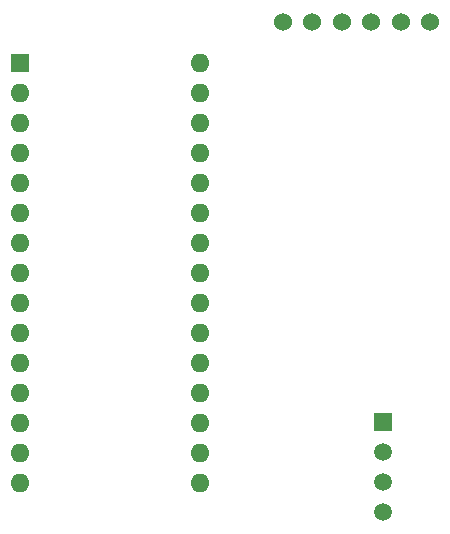
<source format=gbr>
%TF.GenerationSoftware,KiCad,Pcbnew,8.0.0*%
%TF.CreationDate,2025-02-20T01:15:31+05:30*%
%TF.ProjectId,Capstone_Moon,43617073-746f-46e6-955f-4d6f6f6e2e6b,rev?*%
%TF.SameCoordinates,Original*%
%TF.FileFunction,Soldermask,Bot*%
%TF.FilePolarity,Negative*%
%FSLAX46Y46*%
G04 Gerber Fmt 4.6, Leading zero omitted, Abs format (unit mm)*
G04 Created by KiCad (PCBNEW 8.0.0) date 2025-02-20 01:15:31*
%MOMM*%
%LPD*%
G01*
G04 APERTURE LIST*
%ADD10R,1.600000X1.600000*%
%ADD11O,1.600000X1.600000*%
%ADD12R,1.500000X1.500000*%
%ADD13C,1.500000*%
%ADD14C,1.524000*%
G04 APERTURE END LIST*
D10*
%TO.C,U1*%
X122260000Y-72960000D03*
D11*
X122260000Y-75500000D03*
X122260000Y-78040000D03*
X122260000Y-80580000D03*
X122260000Y-83120000D03*
X122260000Y-85660000D03*
X122260000Y-88200000D03*
X122260000Y-90740000D03*
X122260000Y-93280000D03*
X122260000Y-95820000D03*
X122260000Y-98360000D03*
X122260000Y-100900000D03*
X122260000Y-103440000D03*
X122260000Y-105980000D03*
X122260000Y-108520000D03*
X137500000Y-108520000D03*
X137500000Y-105980000D03*
X137500000Y-103440000D03*
X137500000Y-100900000D03*
X137500000Y-98360000D03*
X137500000Y-95820000D03*
X137500000Y-93280000D03*
X137500000Y-90740000D03*
X137500000Y-88200000D03*
X137500000Y-85660000D03*
X137500000Y-83120000D03*
X137500000Y-80580000D03*
X137500000Y-78040000D03*
X137500000Y-75500000D03*
X137500000Y-72960000D03*
%TD*%
D12*
%TO.C,U2*%
X153000000Y-103420000D03*
D13*
X153000000Y-105960000D03*
X153000000Y-108500000D03*
X153000000Y-111040000D03*
%TD*%
D14*
%TO.C,U3*%
X144500000Y-69500000D03*
X147000000Y-69500000D03*
X149500000Y-69500000D03*
X152000000Y-69500000D03*
X154500000Y-69500000D03*
X157000000Y-69500000D03*
%TD*%
M02*

</source>
